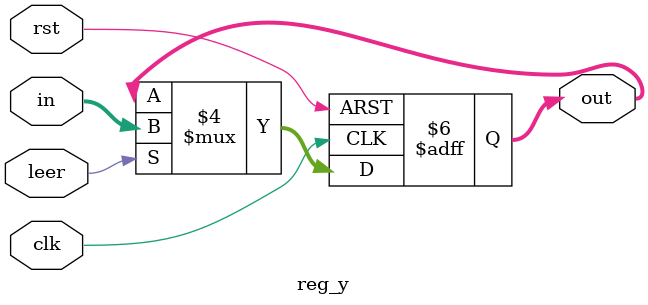
<source format=v>
`timescale 1ns / 1ps
module reg_y#(parameter cant_bits = 20)(
				input wire [cant_bits-1:0] in,
				input wire clk, leer, rst,
				output reg [cant_bits-1:0] out
    );

initial out = 20'b0;

always @ (posedge clk, posedge rst)
	if(rst)
		out <= 0;
	else
		if(leer)
			out <= in;
		else
			out <= out;
			
endmodule

</source>
